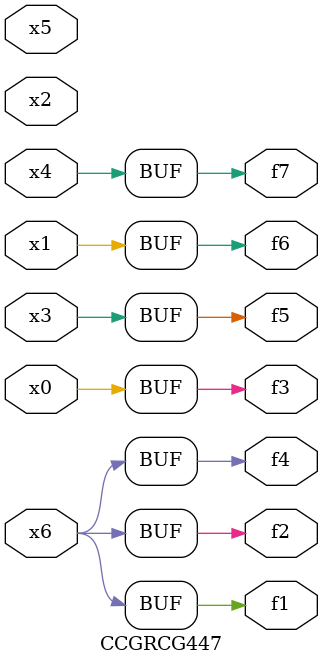
<source format=v>
module CCGRCG447(
	input x0, x1, x2, x3, x4, x5, x6,
	output f1, f2, f3, f4, f5, f6, f7
);
	assign f1 = x6;
	assign f2 = x6;
	assign f3 = x0;
	assign f4 = x6;
	assign f5 = x3;
	assign f6 = x1;
	assign f7 = x4;
endmodule

</source>
